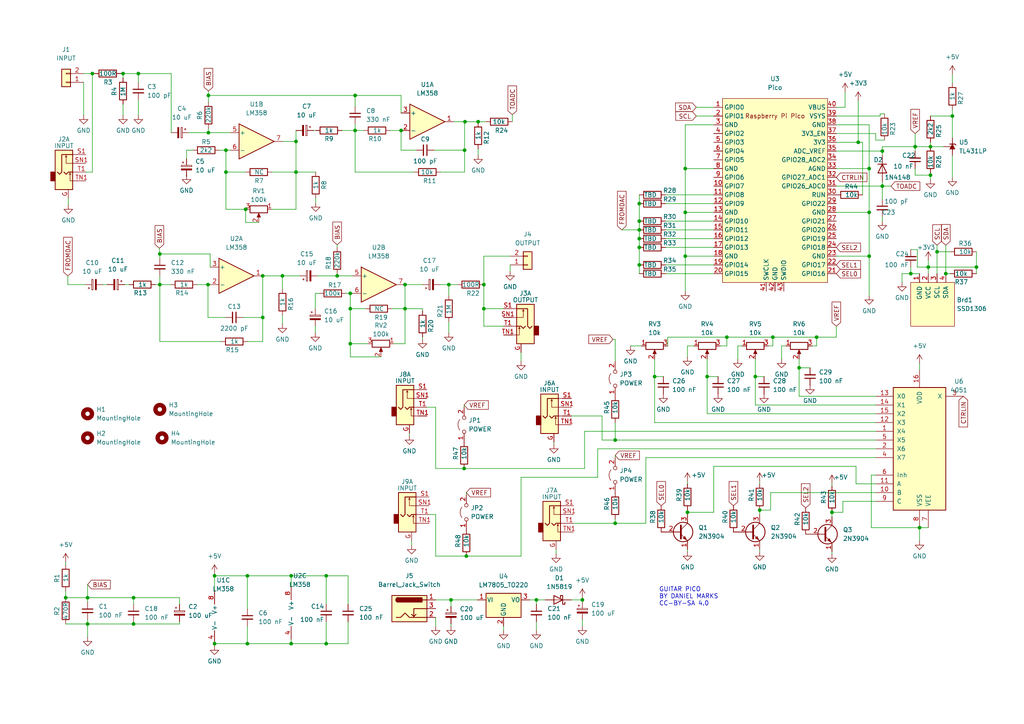
<source format=kicad_sch>
(kicad_sch (version 20211123) (generator eeschema)
  (paper "A4")
  (junction (at 102.997 27.686))
  (junction (at 85.852 49.911))
  (junction (at 252.095 74.295))
  (junction (at 19.05 173.355))
  (junction (at 219.075 109.22))
  (junction (at 71.755 186.69))
  (junction (at 134.62 135.89))
  (junction (at 210.82 97.79))
  (junction (at 65.532 43.561))
  (junction (at 276.225 33.655))
  (junction (at 130.81 173.99))
  (junction (at 76.2 80.01))
  (junction (at 255.905 53.975))
  (junction (at 46.355 82.55))
  (junction (at 84.455 167.005))
  (junction (at 198.755 74.295))
  (junction (at 140.335 82.55))
  (junction (at 65.532 49.911))
  (junction (at 274.32 79.375))
  (junction (at 269.875 42.545))
  (junction (at 220.345 147.955))
  (junction (at 199.39 148.59))
  (junction (at 71.755 167.005))
  (junction (at 185.42 66.675))
  (junction (at 236.855 97.79))
  (junction (at 130.175 82.55))
  (junction (at 60.452 38.481))
  (junction (at 255.905 43.815))
  (junction (at 25.4 173.355))
  (junction (at 283.21 77.47))
  (junction (at 76.2 92.075))
  (junction (at 155.575 173.99))
  (junction (at 185.42 76.835))
  (junction (at 102.997 37.846))
  (junction (at 101.6 85.09))
  (junction (at 205.105 109.22))
  (junction (at 266.7 153.035))
  (junction (at 138.684 35.306))
  (junction (at 62.23 167.005))
  (junction (at 116.332 37.846))
  (junction (at 97.79 80.01))
  (junction (at 178.435 127.635))
  (junction (at 224.155 97.79))
  (junction (at 241.3 148.59))
  (junction (at 248.92 41.275))
  (junction (at 134.747 43.561))
  (junction (at 271.78 73.025))
  (junction (at 101.6 99.695))
  (junction (at 71.247 60.706))
  (junction (at 35.687 21.336))
  (junction (at 134.874 35.306))
  (junction (at 46.355 73.66))
  (junction (at 189.865 109.22))
  (junction (at 185.42 69.215))
  (junction (at 40.132 21.336))
  (junction (at 269.24 77.47))
  (junction (at 198.755 61.595))
  (junction (at 185.42 64.135))
  (junction (at 252.095 48.895))
  (junction (at 185.42 71.755))
  (junction (at 60.325 82.55))
  (junction (at 94.615 186.69))
  (junction (at 140.335 89.535))
  (junction (at 252.095 61.595))
  (junction (at 265.43 42.545))
  (junction (at 94.615 167.005))
  (junction (at 117.475 82.55))
  (junction (at 185.42 59.055))
  (junction (at 198.755 48.895))
  (junction (at 117.475 89.535))
  (junction (at 26.797 21.336))
  (junction (at 38.735 180.975))
  (junction (at 101.6 89.535))
  (junction (at 60.452 27.686))
  (junction (at 135.255 161.29))
  (junction (at 231.775 106.68))
  (junction (at 178.435 151.765))
  (junction (at 62.23 186.69))
  (junction (at 81.915 80.01))
  (junction (at 264.16 79.375))
  (junction (at 38.735 173.355))
  (junction (at 84.455 186.69))
  (junction (at 25.4 180.975))
  (junction (at 168.91 173.99))
  (junction (at 269.875 50.8))
  (junction (at 85.852 41.021))
  (wire (pts (xy 241.3 148.59) (xy 241.3 149.86)))
  (wire (pts (xy 102.997 49.911) (xy 102.997 37.846)))
  (wire (pts (xy 242.57 38.735) (xy 254 38.735)))
  (wire (pts (xy 38.735 173.355) (xy 52.07 173.355)))
  (wire (pts (xy 54.102 43.561) (xy 56.007 43.561)))
  (wire (pts (xy 151.13 161.29) (xy 151.13 138.43)))
  (wire (pts (xy 242.57 43.815) (xy 255.905 43.815)))
  (wire (pts (xy 113.157 37.846) (xy 116.332 37.846)))
  (wire (pts (xy 46.355 82.55) (xy 49.53 82.55)))
  (wire (pts (xy 134.747 43.561) (xy 134.747 35.306)))
  (wire (pts (xy 82.042 41.021) (xy 85.852 41.021)))
  (wire (pts (xy 134.747 35.306) (xy 131.572 35.306)))
  (wire (pts (xy 60.325 82.55) (xy 60.96 82.55)))
  (wire (pts (xy 65.532 49.911) (xy 65.532 60.706)))
  (wire (pts (xy 189.865 122.555) (xy 254 122.555)))
  (wire (pts (xy 60.452 26.416) (xy 60.452 27.686)))
  (wire (pts (xy 193.675 97.79) (xy 193.675 100.33)))
  (wire (pts (xy 245.11 31.115) (xy 242.57 31.115)))
  (wire (pts (xy 116.332 27.686) (xy 116.332 32.766)))
  (wire (pts (xy 19.05 180.975) (xy 25.4 180.975)))
  (wire (pts (xy 71.755 167.005) (xy 62.23 167.005)))
  (wire (pts (xy 182.88 100.33) (xy 186.055 100.33)))
  (wire (pts (xy 161.29 159.385) (xy 161.29 160.655)))
  (wire (pts (xy 110.49 103.505) (xy 101.6 103.505)))
  (wire (pts (xy 84.455 185.42) (xy 84.455 186.69)))
  (wire (pts (xy 198.755 36.195) (xy 207.01 36.195)))
  (wire (pts (xy 160.655 128.27) (xy 160.655 128.905)))
  (wire (pts (xy 101.6 99.695) (xy 106.68 99.695)))
  (wire (pts (xy 169.545 125.095) (xy 169.545 135.89)))
  (wire (pts (xy 187.325 132.715) (xy 254 132.715)))
  (wire (pts (xy 118.745 125.73) (xy 118.745 126.365)))
  (wire (pts (xy 38.735 180.975) (xy 38.735 180.34)))
  (wire (pts (xy 242.57 94.615) (xy 242.57 97.79)))
  (wire (pts (xy 19.812 57.531) (xy 19.812 59.436)))
  (wire (pts (xy 226.695 100.33) (xy 227.965 100.33)))
  (wire (pts (xy 25.4 180.975) (xy 25.4 184.785)))
  (wire (pts (xy 252.095 61.595) (xy 252.095 48.895)))
  (wire (pts (xy 254 38.735) (xy 254 40.64)))
  (wire (pts (xy 46.355 99.06) (xy 46.355 82.55)))
  (wire (pts (xy 155.575 175.26) (xy 155.575 173.99)))
  (wire (pts (xy 26.797 21.336) (xy 26.797 49.911)))
  (wire (pts (xy 155.575 173.99) (xy 153.67 173.99)))
  (wire (pts (xy 193.04 64.135) (xy 207.01 64.135)))
  (wire (pts (xy 223.52 147.955) (xy 223.52 142.875)))
  (wire (pts (xy 36.195 82.55) (xy 37.465 82.55)))
  (wire (pts (xy 274.32 79.375) (xy 275.59 79.375)))
  (wire (pts (xy 60.96 73.66) (xy 60.96 77.47)))
  (wire (pts (xy 255.905 62.865) (xy 255.905 64.135)))
  (wire (pts (xy 140.335 89.535) (xy 140.335 94.615)))
  (wire (pts (xy 24.257 21.336) (xy 26.797 21.336)))
  (wire (pts (xy 85.852 49.911) (xy 78.867 49.911)))
  (wire (pts (xy 252.095 48.895) (xy 252.095 36.195)))
  (wire (pts (xy 210.82 97.79) (xy 210.82 100.33)))
  (wire (pts (xy 120.142 49.911) (xy 102.997 49.911)))
  (wire (pts (xy 125.857 43.561) (xy 134.747 43.561)))
  (wire (pts (xy 148.59 33.274) (xy 148.59 35.306)))
  (wire (pts (xy 198.755 84.455) (xy 198.755 74.295)))
  (wire (pts (xy 102.997 27.686) (xy 116.332 27.686)))
  (wire (pts (xy 189.865 104.14) (xy 189.865 109.22)))
  (wire (pts (xy 242.57 74.295) (xy 252.095 74.295)))
  (wire (pts (xy 201.93 33.655) (xy 207.01 33.655)))
  (wire (pts (xy 35.052 21.336) (xy 35.687 21.336)))
  (wire (pts (xy 97.79 80.01) (xy 102.235 80.01)))
  (wire (pts (xy 25.4 179.705) (xy 25.4 180.975)))
  (wire (pts (xy 265.43 42.545) (xy 265.43 43.815)))
  (wire (pts (xy 122.555 89.535) (xy 122.555 90.17)))
  (wire (pts (xy 265.43 50.8) (xy 269.875 50.8)))
  (wire (pts (xy 65.532 49.911) (xy 71.247 49.911)))
  (wire (pts (xy 60.452 37.211) (xy 60.452 38.481)))
  (wire (pts (xy 199.39 148.59) (xy 199.39 149.225)))
  (wire (pts (xy 101.6 85.09) (xy 102.235 85.09)))
  (wire (pts (xy 100.33 85.09) (xy 101.6 85.09)))
  (wire (pts (xy 52.07 175.26) (xy 52.07 173.355)))
  (wire (pts (xy 219.075 109.22) (xy 221.615 109.22)))
  (wire (pts (xy 126.365 135.89) (xy 134.62 135.89)))
  (wire (pts (xy 91.44 89.535) (xy 91.44 85.09)))
  (wire (pts (xy 85.852 60.706) (xy 78.867 60.706)))
  (wire (pts (xy 134.62 135.89) (xy 169.545 135.89)))
  (wire (pts (xy 126.365 161.29) (xy 135.255 161.29)))
  (wire (pts (xy 52.07 180.975) (xy 52.07 180.34)))
  (wire (pts (xy 102.997 37.846) (xy 105.537 37.846)))
  (wire (pts (xy 117.475 82.55) (xy 122.555 82.55)))
  (wire (pts (xy 91.44 85.09) (xy 92.71 85.09)))
  (wire (pts (xy 116.332 37.846) (xy 116.332 43.561)))
  (wire (pts (xy 180.34 66.675) (xy 185.42 66.675)))
  (wire (pts (xy 27.432 21.336) (xy 26.797 21.336)))
  (wire (pts (xy 252.095 85.725) (xy 252.095 74.295)))
  (wire (pts (xy 46.355 73.66) (xy 60.96 73.66)))
  (wire (pts (xy 60.325 82.55) (xy 60.325 92.075)))
  (wire (pts (xy 102.997 27.686) (xy 102.997 30.861)))
  (wire (pts (xy 117.475 89.535) (xy 117.475 99.695)))
  (wire (pts (xy 35.687 30.226) (xy 35.687 33.401)))
  (wire (pts (xy 140.335 74.295) (xy 147.955 74.295)))
  (wire (pts (xy 126.365 118.11) (xy 123.825 118.11)))
  (wire (pts (xy 76.2 92.075) (xy 76.2 99.06)))
  (wire (pts (xy 177.8 98.425) (xy 178.435 98.425)))
  (wire (pts (xy 219.075 104.14) (xy 219.075 109.22)))
  (wire (pts (xy 231.775 106.68) (xy 234.95 106.68)))
  (wire (pts (xy 130.81 173.99) (xy 138.43 173.99)))
  (wire (pts (xy 269.875 42.545) (xy 273.685 42.545)))
  (wire (pts (xy 265.43 48.895) (xy 265.43 50.8)))
  (wire (pts (xy 271.78 73.025) (xy 271.78 79.375)))
  (wire (pts (xy 219.075 117.475) (xy 254 117.475)))
  (wire (pts (xy 198.755 61.595) (xy 198.755 48.895)))
  (wire (pts (xy 255.905 57.785) (xy 255.905 53.975)))
  (wire (pts (xy 193.04 69.215) (xy 207.01 69.215)))
  (wire (pts (xy 236.855 97.79) (xy 224.155 97.79)))
  (wire (pts (xy 91.567 57.531) (xy 91.567 58.801)))
  (wire (pts (xy 205.105 109.22) (xy 205.105 120.015)))
  (wire (pts (xy 241.3 160.02) (xy 241.3 160.655)))
  (wire (pts (xy 101.6 99.695) (xy 101.6 103.505)))
  (wire (pts (xy 62.23 167.005) (xy 62.23 171.45)))
  (wire (pts (xy 266.065 77.47) (xy 266.065 72.39)))
  (wire (pts (xy 266.7 105.41) (xy 266.7 107.315)))
  (wire (pts (xy 242.57 53.975) (xy 255.905 53.975)))
  (wire (pts (xy 168.91 174.625) (xy 168.91 173.99)))
  (wire (pts (xy 85.852 37.846) (xy 85.852 41.021)))
  (wire (pts (xy 40.132 28.956) (xy 40.132 33.401)))
  (wire (pts (xy 198.755 48.895) (xy 198.755 36.195)))
  (wire (pts (xy 208.915 100.33) (xy 210.82 100.33)))
  (wire (pts (xy 199.39 147.955) (xy 199.39 148.59)))
  (wire (pts (xy 241.3 140.335) (xy 241.3 140.97)))
  (wire (pts (xy 138.684 35.306) (xy 140.97 35.306)))
  (wire (pts (xy 81.915 91.44) (xy 81.915 93.98)))
  (wire (pts (xy 185.42 69.215) (xy 185.42 71.755)))
  (wire (pts (xy 54.102 51.181) (xy 54.102 50.8)))
  (wire (pts (xy 166.37 151.765) (xy 178.435 151.765)))
  (wire (pts (xy 146.05 181.61) (xy 146.05 182.88)))
  (wire (pts (xy 205.105 120.015) (xy 254 120.015)))
  (wire (pts (xy 269.24 75.565) (xy 269.24 77.47)))
  (wire (pts (xy 134.874 35.306) (xy 138.684 35.306)))
  (wire (pts (xy 25.4 174.625) (xy 25.4 173.355)))
  (wire (pts (xy 173.355 138.43) (xy 151.13 138.43)))
  (wire (pts (xy 94.615 175.26) (xy 94.615 167.005)))
  (wire (pts (xy 210.82 97.79) (xy 193.675 97.79)))
  (wire (pts (xy 62.23 166.37) (xy 62.23 167.005)))
  (wire (pts (xy 94.615 186.69) (xy 84.455 186.69)))
  (wire (pts (xy 254 137.795) (xy 252.73 137.795)))
  (wire (pts (xy 19.05 163.068) (xy 19.05 163.83)))
  (wire (pts (xy 199.39 139.7) (xy 199.39 140.335)))
  (wire (pts (xy 130.81 173.99) (xy 130.81 175.895)))
  (wire (pts (xy 248.92 29.21) (xy 248.92 41.275)))
  (wire (pts (xy 178.435 122.555) (xy 178.435 127.635)))
  (wire (pts (xy 199.39 148.59) (xy 207.01 148.59)))
  (wire (pts (xy 25.4 173.355) (xy 19.05 173.355)))
  (wire (pts (xy 224.155 97.79) (xy 210.82 97.79)))
  (wire (pts (xy 252.095 74.295) (xy 252.095 61.595)))
  (wire (pts (xy 135.255 142.875) (xy 135.255 143.51)))
  (wire (pts (xy 140.335 82.55) (xy 140.335 74.295)))
  (wire (pts (xy 226.695 104.14) (xy 226.695 100.33)))
  (wire (pts (xy 117.475 82.55) (xy 117.475 89.535)))
  (wire (pts (xy 46.355 80.01) (xy 46.355 82.55)))
  (wire (pts (xy 255.905 53.975) (xy 258.445 53.975)))
  (wire (pts (xy 60.325 92.075) (xy 65.405 92.075)))
  (wire (pts (xy 254 125.095) (xy 169.545 125.095)))
  (wire (pts (xy 276.225 33.655) (xy 276.225 40.005)))
  (wire (pts (xy 255.27 33.655) (xy 255.27 33.02)))
  (wire (pts (xy 283.21 73.025) (xy 283.21 77.47)))
  (wire (pts (xy 84.455 167.005) (xy 71.755 167.005)))
  (wire (pts (xy 199.39 103.505) (xy 199.39 100.33)))
  (wire (pts (xy 199.39 159.385) (xy 199.39 160.02)))
  (wire (pts (xy 130.175 93.345) (xy 130.175 96.52)))
  (wire (pts (xy 269.875 41.275) (xy 269.875 42.545)))
  (wire (pts (xy 271.78 71.12) (xy 271.78 73.025)))
  (wire (pts (xy 100.965 180.34) (xy 100.965 186.69)))
  (wire (pts (xy 244.475 145.415) (xy 254 145.415)))
  (wire (pts (xy 126.365 173.99) (xy 130.81 173.99)))
  (wire (pts (xy 92.075 80.01) (xy 97.79 80.01)))
  (wire (pts (xy 71.247 64.516) (xy 75.057 64.516)))
  (wire (pts (xy 100.965 167.005) (xy 94.615 167.005)))
  (wire (pts (xy 252.73 137.795) (xy 252.73 153.035)))
  (wire (pts (xy 84.455 170.18) (xy 84.455 167.005)))
  (wire (pts (xy 165.735 120.65) (xy 174.625 120.65)))
  (wire (pts (xy 254 130.175) (xy 173.355 130.175)))
  (wire (pts (xy 126.365 135.89) (xy 126.365 118.11)))
  (wire (pts (xy 168.91 173.355) (xy 168.91 173.99)))
  (wire (pts (xy 91.44 94.615) (xy 91.44 96.52)))
  (wire (pts (xy 85.852 41.021) (xy 85.852 49.911)))
  (wire (pts (xy 70.485 92.075) (xy 76.2 92.075)))
  (wire (pts (xy 248.285 140.335) (xy 254 140.335)))
  (wire (pts (xy 231.775 104.14) (xy 231.775 106.68)))
  (wire (pts (xy 146.05 94.615) (xy 140.335 94.615)))
  (wire (pts (xy 193.04 66.675) (xy 207.01 66.675)))
  (wire (pts (xy 213.995 104.14) (xy 213.995 100.33)))
  (wire (pts (xy 90.932 37.846) (xy 91.567 37.846)))
  (wire (pts (xy 205.105 104.14) (xy 205.105 109.22)))
  (wire (pts (xy 264.16 72.39) (xy 266.065 72.39)))
  (wire (pts (xy 71.755 186.69) (xy 71.755 181.61)))
  (wire (pts (xy 199.39 100.33) (xy 201.295 100.33)))
  (wire (pts (xy 255.905 43.815) (xy 255.905 42.545)))
  (wire (pts (xy 248.285 135.255) (xy 248.285 140.335)))
  (wire (pts (xy 84.455 186.69) (xy 71.755 186.69)))
  (wire (pts (xy 60.452 27.686) (xy 60.452 29.591)))
  (wire (pts (xy 127.635 82.55) (xy 130.175 82.55)))
  (wire (pts (xy 94.615 180.34) (xy 94.615 186.69)))
  (wire (pts (xy 65.532 60.706) (xy 71.247 60.706)))
  (wire (pts (xy 119.38 156.845) (xy 119.38 158.115)))
  (wire (pts (xy 174.625 120.65) (xy 174.625 127.635)))
  (wire (pts (xy 276.225 45.085) (xy 276.225 51.435)))
  (wire (pts (xy 45.085 82.55) (xy 46.355 82.55)))
  (wire (pts (xy 114.3 99.695) (xy 117.475 99.695)))
  (wire (pts (xy 248.92 41.275) (xy 250.19 41.275)))
  (wire (pts (xy 193.04 56.515) (xy 207.01 56.515)))
  (wire (pts (xy 100.965 175.26) (xy 100.965 167.005)))
  (wire (pts (xy 254 40.64) (xy 256.54 40.64)))
  (wire (pts (xy 60.452 38.481) (xy 66.802 38.481)))
  (wire (pts (xy 116.332 43.561) (xy 120.777 43.561)))
  (wire (pts (xy 140.335 82.55) (xy 140.335 89.535)))
  (wire (pts (xy 245.11 26.67) (xy 245.11 31.115)))
  (wire (pts (xy 261.62 79.375) (xy 264.16 79.375)))
  (wire (pts (xy 178.435 132.08) (xy 178.435 132.715)))
  (wire (pts (xy 35.687 21.336) (xy 40.132 21.336)))
  (wire (pts (xy 57.15 82.55) (xy 60.325 82.55)))
  (wire (pts (xy 207.01 135.255) (xy 248.285 135.255)))
  (wire (pts (xy 185.42 66.675) (xy 185.42 69.215)))
  (wire (pts (xy 224.155 97.79) (xy 224.155 100.33)))
  (wire (pts (xy 269.875 33.655) (xy 276.225 33.655)))
  (wire (pts (xy 117.475 89.535) (xy 122.555 89.535)))
  (wire (pts (xy 138.684 43.18) (xy 138.684 44.958)))
  (wire (pts (xy 126.365 179.07) (xy 126.365 181.61)))
  (wire (pts (xy 193.04 76.835) (xy 207.01 76.835)))
  (wire (pts (xy 231.775 114.935) (xy 254 114.935)))
  (wire (pts (xy 63.627 43.561) (xy 65.532 43.561)))
  (wire (pts (xy 97.79 70.993) (xy 97.79 71.755)))
  (wire (pts (xy 155.575 180.34) (xy 155.575 182.88)))
  (wire (pts (xy 269.875 50.8) (xy 269.875 52.07)))
  (wire (pts (xy 60.452 27.686) (xy 102.997 27.686)))
  (wire (pts (xy 85.852 49.911) (xy 85.852 60.706)))
  (wire (pts (xy 122.555 97.79) (xy 122.555 98.425)))
  (wire (pts (xy 224.155 100.33) (xy 222.885 100.33)))
  (wire (pts (xy 276.225 21.59) (xy 276.225 24.13)))
  (wire (pts (xy 81.915 80.01) (xy 76.2 80.01)))
  (wire (pts (xy 193.04 59.055) (xy 207.01 59.055)))
  (wire (pts (xy 255.905 52.705) (xy 255.905 53.975)))
  (wire (pts (xy 174.625 127.635) (xy 178.435 127.635)))
  (wire (pts (xy 38.735 173.355) (xy 25.4 173.355)))
  (wire (pts (xy 185.42 76.835) (xy 185.42 79.375)))
  (wire (pts (xy 101.6 85.09) (xy 101.6 89.535)))
  (wire (pts (xy 178.435 127.635) (xy 254 127.635)))
  (wire (pts (xy 64.135 99.06) (xy 46.355 99.06)))
  (wire (pts (xy 62.23 186.69) (xy 71.755 186.69)))
  (wire (pts (xy 242.57 61.595) (xy 252.095 61.595)))
  (wire (pts (xy 255.27 33.02) (xy 256.54 33.02)))
  (wire (pts (xy 219.075 109.22) (xy 219.075 117.475)))
  (wire (pts (xy 261.62 81.915) (xy 261.62 79.375)))
  (wire (pts (xy 71.247 60.706) (xy 71.247 64.516)))
  (wire (pts (xy 185.42 71.755) (xy 185.42 76.835)))
  (wire (pts (xy 266.7 153.035) (xy 266.7 156.845)))
  (wire (pts (xy 189.865 109.22) (xy 189.865 122.555)))
  (wire (pts (xy 46.228 72.009) (xy 46.355 73.66)))
  (wire (pts (xy 264.16 77.47) (xy 264.16 79.375)))
  (wire (pts (xy 19.685 80.01) (xy 19.685 82.55)))
  (wire (pts (xy 65.532 43.561) (xy 65.532 49.911)))
  (wire (pts (xy 198.755 61.595) (xy 207.01 61.595)))
  (wire (pts (xy 185.42 56.515) (xy 185.42 59.055)))
  (wire (pts (xy 38.735 180.975) (xy 52.07 180.975)))
  (wire (pts (xy 168.91 179.705) (xy 168.91 181.61)))
  (wire (pts (xy 205.105 109.22) (xy 208.28 109.22)))
  (wire (pts (xy 220.345 159.385) (xy 220.345 160.02)))
  (wire (pts (xy 213.995 100.33) (xy 215.265 100.33)))
  (wire (pts (xy 193.04 71.755) (xy 207.01 71.755)))
  (wire (pts (xy 187.325 132.715) (xy 187.325 151.765)))
  (wire (pts (xy 265.43 42.545) (xy 269.875 42.545)))
  (wire (pts (xy 130.175 82.55) (xy 132.715 82.55)))
  (wire (pts (xy 97.79 79.375) (xy 97.79 80.01)))
  (wire (pts (xy 242.57 48.895) (xy 252.095 48.895)))
  (wire (pts (xy 198.755 74.295) (xy 198.755 61.595)))
  (wire (pts (xy 231.775 106.68) (xy 231.775 114.935)))
  (wire (pts (xy 40.132 21.336) (xy 49.657 21.336)))
  (wire (pts (xy 193.04 79.375) (xy 207.01 79.375)))
  (wire (pts (xy 130.81 180.975) (xy 130.81 181.61)))
  (wire (pts (xy 255.905 42.545) (xy 265.43 42.545)))
  (wire (pts (xy 220.345 147.955) (xy 223.52 147.955)))
  (wire (pts (xy 252.095 36.195) (xy 242.57 36.195)))
  (wire (pts (xy 25.4 169.545) (xy 25.4 173.355)))
  (wire (pts (xy 220.345 147.955) (xy 220.345 149.225)))
  (wire (pts (xy 250.19 41.275) (xy 250.19 56.515)))
  (wire (pts (xy 146.05 89.535) (xy 140.335 89.535)))
  (wire (pts (xy 38.735 175.26) (xy 38.735 173.355)))
  (wire (pts (xy 126.365 149.225) (xy 124.46 149.225)))
  (wire (pts (xy 201.93 31.115) (xy 207.01 31.115)))
  (wire (pts (xy 178.435 150.495) (xy 178.435 151.765)))
  (wire (pts (xy 102.997 35.941) (xy 102.997 37.846)))
  (wire (pts (xy 220.345 139.7) (xy 220.345 140.335)))
  (wire (pts (xy 40.132 21.336) (xy 40.132 23.876)))
  (wire (pts (xy 165.735 173.99) (xy 168.91 173.99)))
  (wire (pts (xy 265.43 38.735) (xy 265.43 42.545)))
  (wire (pts (xy 235.585 100.33) (xy 236.855 100.33)))
  (wire (pts (xy 276.225 31.75) (xy 276.225 33.655)))
  (wire (pts (xy 241.3 148.59) (xy 244.475 148.59)))
  (wire (pts (xy 242.57 33.655) (xy 255.27 33.655)))
  (wire (pts (xy 19.685 82.55) (xy 24.765 82.55)))
  (wire (pts (xy 81.915 80.01) (xy 86.995 80.01)))
  (wire (pts (xy 178.435 98.425) (xy 178.435 104.775)))
  (wire (pts (xy 266.7 153.035) (xy 269.24 153.035)))
  (wire (pts (xy 236.855 97.79) (xy 236.855 100.33)))
  (wire (pts (xy 85.852 49.911) (xy 91.567 49.911)))
  (wire (pts (xy 283.21 79.375) (xy 283.21 77.47)))
  (wire (pts (xy 135.255 161.29) (xy 151.13 161.29)))
  (wire (pts (xy 155.575 173.99) (xy 158.115 173.99)))
  (wire (pts (xy 185.42 64.135) (xy 185.42 66.675)))
  (wire (pts (xy 283.21 77.47) (xy 269.24 77.47)))
  (wire (pts (xy 242.57 97.79) (xy 236.855 97.79)))
  (wire (pts (xy 65.532 43.561) (xy 66.802 43.561)))
  (wire (pts (xy 130.175 85.725) (xy 130.175 82.55)))
  (wire (pts (xy 46.355 73.66) (xy 46.355 74.93)))
  (wire (pts (xy 244.475 148.59) (xy 244.475 145.415)))
  (wire (pts (xy 25.4 180.975) (xy 38.735 180.975)))
  (wire (pts (xy 62.23 187.325) (xy 62.23 186.69)))
  (wire (pts (xy 101.6 89.535) (xy 106.045 89.535)))
  (wire (pts (xy 198.755 74.295) (xy 207.01 74.295)))
  (wire (pts (xy 71.755 167.005) (xy 71.755 176.53)))
  (wire (pts (xy 269.875 50.165) (xy 269.875 50.8)))
  (wire (pts (xy 54.102 46.101) (xy 54.102 43.561)))
  (wire (pts (xy 100.965 186.69) (xy 94.615 186.69)))
  (wire (pts (xy 274.32 71.12) (xy 274.32 79.375)))
  (wire (pts (xy 198.755 48.895) (xy 207.01 48.895)))
  (wire (pts (xy 138.684 35.306) (xy 138.684 35.56)))
  (wire (pts (xy 134.747 43.561) (xy 134.747 49.911)))
  (wire (pts (xy 147.955 76.835) (xy 147.955 78.74)))
  (wire (pts (xy 134.62 117.475) (xy 134.62 118.11)))
  (wire (pts (xy 24.257 23.876) (xy 24.257 33.401)))
  (wire (pts (xy 255.905 45.085) (xy 255.905 43.815)))
  (wire (pts (xy 126.365 149.225) (xy 126.365 161.29)))
  (wire (pts (xy 26.797 49.911) (xy 24.892 49.911)))
  (wire (pts (xy 76.2 80.01) (xy 76.2 92.075)))
  (wire (pts (xy 19.05 171.45) (xy 19.05 173.355)))
  (wire (pts (xy 101.6 89.535) (xy 101.6 99.695)))
  (wire (pts (xy 269.24 77.47) (xy 269.24 79.375)))
  (wire (pts (xy 99.187 37.846) (xy 102.997 37.846)))
  (wire (pts (xy 252.73 153.035) (xy 266.7 153.035)))
  (wire (pts (xy 242.57 41.275) (xy 248.92 41.275)))
  (wire (pts (xy 127.762 49.911) (xy 134.747 49.911)))
  (wire (pts (xy 151.13 102.235) (xy 151.13 104.775)))
  (wire (pts (xy 81.915 83.82) (xy 81.915 80.01)))
  (wire (pts (xy 54.737 38.481) (xy 60.452 38.481)))
  (wire (pts (xy 94.615 167.005) (xy 84.455 167.005)))
  (wire (pts (xy 264.16 79.375) (xy 266.7 79.375)))
  (wire (pts (xy 29.845 82.55) (xy 31.115 82.55)))
  (wire (pts (xy 207.01 135.255) (xy 207.01 148.59)))
  (wire (pts (xy 173.355 130.175) (xy 173.355 138.43)))
  (wire (pts (xy 223.52 142.875) (xy 254 142.875)))
  (wire (pts (xy 185.42 59.055) (xy 185.42 64.135)))
  (wire (pts (xy 71.755 99.06) (xy 76.2 99.06)))
  (wire (pts (xy 113.665 89.535) (xy 117.475 89.535)))
  (wire (pts (xy 178.435 151.765) (xy 187.325 151.765)))
  (wire (pts (xy 189.865 109.22) (xy 192.405 109.22)))
  (wire (pts (xy 271.78 73.025) (xy 275.59 73.025)))
  (wire (pts (xy 266.065 77.47) (xy 269.24 77.47)))
  (wire (pts (xy 35.687 21.336) (xy 35.687 22.606)))
  (wire (pts (xy 49.657 38.481) (xy 49.657 21.336)))
  (text "GUITAR PICO\nBY DANIEL MARKS\nCC-BY-SA 4.0\n" (at 191.135 175.895 0) (effects (font (size 1.27 1.27)) (justify left bottom)))
  (global_label "SCL" (shape input) (at 271.78 71.12 90) (property "Intersheet References" "${INTERSHEET_REFS}" (effects hide)))
  (global_label "SEL1" (shape input) (at 242.57 76.835 0) (property "Intersheet References" "${INTERSHEET_REFS}" (effects hide)))
  (global_label "SEL2" (shape input) (at 233.68 147.32 90) (property "Intersheet References" "${INTERSHEET_REFS}" (effects hide)))
  (global_label "FROMDAC" (shape input) (at 19.685 80.01 90) (property "Intersheet References" "${INTERSHEET_REFS}" (effects hide)))
  (global_label "VREF" (shape input) (at 265.43 38.735 90) (property "Intersheet References" "${INTERSHEET_REFS}" (effects hide)))
  (global_label "TOADC" (shape input) (at 148.59 33.274 90) (property "Intersheet References" "${INTERSHEET_REFS}" (effects hide)))
  (global_label "CTRLIN" (shape input) (at 279.4 114.935 270) (property "Intersheet References" "${INTERSHEET_REFS}" (effects hide)))
  (global_label "VREF" (shape input) (at 135.255 142.875 0) (property "Intersheet References" "${INTERSHEET_REFS}" (effects hide)))
  (global_label "SEL2" (shape input) (at 242.57 71.755 0) (property "Intersheet References" "${INTERSHEET_REFS}" (effects hide)))
  (global_label "FROMDAC" (shape input) (at 180.34 66.675 90) (property "Intersheet References" "${INTERSHEET_REFS}" (effects hide)))
  (global_label "SEL0" (shape input) (at 191.77 146.685 90) (property "Intersheet References" "${INTERSHEET_REFS}" (effects hide)))
  (global_label "CTRLIN" (shape input) (at 242.57 51.435 0) (property "Intersheet References" "${INTERSHEET_REFS}" (effects hide)))
  (global_label "SEL0" (shape input) (at 242.57 79.375 0) (property "Intersheet References" "${INTERSHEET_REFS}" (effects hide)))
  (global_label "BIAS" (shape input) (at 97.79 70.993 90) (property "Intersheet References" "${INTERSHEET_REFS}" (effects hide)))
  (global_label "VREF" (shape input) (at 134.62 117.475 0) (property "Intersheet References" "${INTERSHEET_REFS}" (effects hide)))
  (global_label "BIAS" (shape input) (at 60.452 26.416 90) (property "Intersheet References" "${INTERSHEET_REFS}" (effects hide)))
  (global_label "VREF" (shape input) (at 178.435 132.08 0) (property "Intersheet References" "${INTERSHEET_REFS}" (effects hide)))
  (global_label "SDA" (shape input) (at 201.93 31.115 180) (property "Intersheet References" "${INTERSHEET_REFS}" (effects hide)))
  (global_label "VREF" (shape input) (at 177.8 98.425 180) (property "Intersheet References" "${INTERSHEET_REFS}" (effects hide)))
  (global_label "SCL" (shape input) (at 201.93 33.655 180) (property "Intersheet References" "${INTERSHEET_REFS}" (effects hide)))
  (global_label "SEL1" (shape input) (at 212.725 146.685 90) (property "Intersheet References" "${INTERSHEET_REFS}" (effects hide)))
  (global_label "BIAS" (shape input) (at 46.228 72.009 90) (property "Intersheet References" "${INTERSHEET_REFS}" (effects hide)))
  (global_label "TOADC" (shape input) (at 258.445 53.975 0) (property "Intersheet References" "${INTERSHEET_REFS}" (effects hide)))
  (global_label "SDA" (shape input) (at 274.32 71.12 90) (property "Intersheet References" "${INTERSHEET_REFS}" (effects hide)))
  (global_label "VREF" (shape input) (at 242.57 94.615 90) (property "Intersheet References" "${INTERSHEET_REFS}" (effects hide)))
  (global_label "BIAS" (shape input) (at 25.4 169.545 0) (property "Intersheet References" "${INTERSHEET_REFS}" (effects hide)))
  (symbol (lib_id "Device:C_Polarized_Small") (at 125.095 82.55 90) (unit 1)
    (property "Reference" "C17" (at 124.5489 75.565 90))
    (property "Value" "10 uF" (at 124.5489 78.105 90))
    (property "Footprint" "Capacitor_THT:CP_Radial_D5.0mm_P2.50mm" (effects hide))
  )
  (symbol (lib_id "power:GND") (at 192.405 114.3 0) (unit 1)
    (property "Reference" "#PWR0149" (effects hide))
    (property "Value" "GND" (at 192.405 118.745 0))
  )
  (symbol (lib_id "power:GND") (at 276.225 51.435 0) (unit 1)
    (property "Reference" "#PWR0127" (effects hide))
    (property "Value" "GND" (at 276.225 55.88 0))
  )
  (symbol (lib_id "Device:R_Potentiometer") (at 231.775 100.33 90) (mirror x) (unit 1)
    (property "Reference" "RV6" (at 231.775 93.98 90))
    (property "Value" "10k" (at 231.775 96.52 90))
    (property "Footprint" "Potentiometer_THT:Potentiometer_Alps_RK09K_Single_Vertical" (effects hide))
  )
  (symbol (lib_id "Mechanical:MountingHole") (at 25.4 127 0) (unit 1)
    (property "Reference" "H2" (at 27.94 125.7299 0) (effects (justify left)))
    (property "Value" "MountingHole" (at 27.94 128.2699 0) (effects (justify left)))
    (property "Footprint" "MountingHole:MountingHole_3.2mm_M3" (effects hide))
  )
  (symbol (lib_id "Device:R") (at 35.687 26.416 180) (unit 1)
    (property "Reference" "R4" (at 33.147 25.146 90) (effects (justify left)))
    (property "Value" "1M" (at 35.687 25.146 90) (effects (justify left)))
    (property "Footprint" "Resistor_THT:R_Axial_DIN0207_L6.3mm_D2.5mm_P7.62mm_Horizontal" (effects hide))
  )
  (symbol (lib_id "Device:C_Polarized_Small") (at 130.81 178.435 0) (unit 1)
    (property "Reference" "C20" (at 133.35 176.6188 0) (effects (justify left)))
    (property "Value" "100 uF" (at 133.35 179.1588 0) (effects (justify left)))
    (property "Footprint" "Capacitor_THT:CP_Radial_D5.0mm_P2.50mm" (effects hide))
  )
  (symbol (lib_id "Device:C_Polarized_Small") (at 33.655 82.55 270) (unit 1)
    (property "Reference" "C11" (at 34.2011 75.565 90))
    (property "Value" "10 uF" (at 34.2011 78.105 90))
    (property "Footprint" "Capacitor_THT:CP_Radial_D5.0mm_P2.50mm" (effects hide))
  )
  (symbol (lib_id "Device:C_Small") (at 264.16 74.93 180) (unit 1)
    (property "Reference" "C24" (at 259.715 73.66 0) (effects (justify right)))
    (property "Value" "100 nF" (at 256.54 76.835 0) (effects (justify right)))
    (property "Footprint" "Capacitor_THT:C_Disc_D5.0mm_W2.5mm_P5.00mm" (effects hide))
  )
  (symbol (lib_id "Transistor_BJT:2N3904") (at 217.805 154.305 0) (unit 1)
    (property "Reference" "Q2" (at 223.52 153.0349 0) (effects (justify left)))
    (property "Value" "2N3904" (at 223.52 155.5749 0) (effects (justify left)))
    (property "Footprint" "Package_TO_SOT_THT:TO-92_Inline_Wide" (effects hide))
    (property "Datasheet" "https://www.onsemi.com/pub/Collateral/2N3903-D.PDF" (effects hide))
  )
  (symbol (lib_id "Device:C_Small") (at 155.575 177.8 0) (unit 1)
    (property "Reference" "C21" (at 158.75 176.5362 0) (effects (justify left)))
    (property "Value" "100 nF" (at 158.75 179.0762 0) (effects (justify left)))
    (property "Footprint" "Capacitor_THT:C_Disc_D5.0mm_W2.5mm_P5.00mm" (effects hide))
  )
  (symbol (lib_id "Device:R") (at 189.23 79.375 90) (unit 1)
    (property "Reference" "R35" (at 196.215 78.105 90) (effects (justify left)))
    (property "Value" "TBD" (at 190.5 79.375 90) (effects (justify left)))
    (property "Footprint" "Resistor_THT:R_Axial_DIN0207_L6.3mm_D2.5mm_P7.62mm_Horizontal" (effects hide))
  )
  (symbol (lib_id "Device:R") (at 123.952 49.911 270) (unit 1)
    (property "Reference" "R11" (at 122.682 52.451 90) (effects (justify left)))
    (property "Value" "10k" (at 122.047 49.911 90) (effects (justify left)))
    (property "Footprint" "Resistor_THT:R_Axial_DIN0207_L6.3mm_D2.5mm_P7.62mm_Horizontal" (effects hide))
  )
  (symbol (lib_id "Reference_Voltage:TL431LP") (at 276.225 42.545 90) (unit 1)
    (property "Reference" "U5" (at 278.13 41.2749 90) (effects (justify right)))
    (property "Value" "TL431LP" (at 278.13 43.8149 90) (effects (justify right)))
    (property "Footprint" "Package_TO_SOT_THT:TO-92_Inline_Wide" (effects hide))
    (property "Datasheet" "http://www.ti.com/lit/ds/symlink/tl431.pdf" (effects hide))
  )
  (symbol (lib_id "power:GND") (at 54.102 50.8 0) (unit 1)
    (property "Reference" "#PWR0102" (effects hide))
    (property "Value" "GND" (at 54.102 55.245 0))
  )
  (symbol (lib_id "power:GND") (at 261.62 81.915 0) (unit 1)
    (property "Reference" "#PWR0133" (effects hide))
    (property "Value" "GND" (at 261.62 86.36 0))
  )
  (symbol (lib_id "power:GND") (at 221.615 114.3 0) (unit 1)
    (property "Reference" "#PWR0145" (effects hide))
    (property "Value" "GND" (at 221.615 118.745 0))
  )
  (symbol (lib_id "Mechanical:MountingHole") (at 46.99 127 0) (unit 1)
    (property "Reference" "H4" (at 49.53 125.7299 0) (effects (justify left)))
    (property "Value" "MountingHole" (at 49.53 128.2699 0) (effects (justify left)))
    (property "Footprint" "MountingHole:MountingHole_3.2mm_M3" (effects hide))
  )
  (symbol (lib_id "power:GND") (at 126.365 181.61 0) (unit 1)
    (property "Reference" "#PWR0125" (effects hide))
    (property "Value" "GND" (at 126.365 186.055 0))
  )
  (symbol (lib_id "power:GND") (at 151.13 104.775 0) (unit 1)
    (property "Reference" "#PWR0115" (effects hide))
    (property "Value" "GND" (at 151.13 109.22 0))
  )
  (symbol (lib_id "power:GND") (at 24.257 33.401 0) (unit 1)
    (property "Reference" "#PWR0105" (effects hide))
    (property "Value" "GND" (at 24.257 37.846 0))
  )
  (symbol (lib_id "Device:R") (at 279.4 73.025 270) (unit 1)
    (property "Reference" "R36" (at 278.003 70.612 90) (effects (justify left)))
    (property "Value" "10k" (at 278.13 73.025 90) (effects (justify left)))
    (property "Footprint" "Resistor_THT:R_Axial_DIN0207_L6.3mm_D2.5mm_P7.62mm_Horizontal" (effects hide))
  )
  (symbol (lib_id "Device:C_Small") (at 123.317 43.561 270) (unit 1)
    (property "Reference" "C9" (at 123.317 40.386 90))
    (property "Value" "100 pF" (at 123.317 46.736 90))
    (property "Footprint" "Capacitor_THT:C_Disc_D5.0mm_W2.5mm_P5.00mm" (effects hide))
  )
  (symbol (lib_id "Device:R") (at 178.435 146.685 0) (unit 1)
    (property "Reference" "R46" (at 176.022 148.082 90) (effects (justify left)))
    (property "Value" "10k" (at 178.435 147.955 90) (effects (justify left)))
    (property "Footprint" "Resistor_THT:R_Axial_DIN0207_L6.3mm_D2.5mm_P7.62mm_Horizontal" (effects hide))
  )
  (symbol (lib_id "Device:R") (at 189.23 56.515 90) (unit 1)
    (property "Reference" "R28" (at 196.215 55.245 90) (effects (justify left)))
    (property "Value" "TBD" (at 190.5 56.515 90) (effects (justify left)))
    (property "Footprint" "Resistor_THT:R_Axial_DIN0207_L6.3mm_D2.5mm_P7.62mm_Horizontal" (effects hide))
  )
  (symbol (lib_id "power:GND") (at 252.095 85.725 0) (unit 1)
    (property "Reference" "#PWR0118" (effects hide))
    (property "Value" "GND" (at 252.095 90.17 0))
  )
  (symbol (lib_id "Device:R") (at 189.23 69.215 90) (unit 1)
    (property "Reference" "R32" (at 196.215 67.945 90) (effects (justify left)))
    (property "Value" "TBD" (at 190.5 69.215 90) (effects (justify left)))
    (property "Footprint" "Resistor_THT:R_Axial_DIN0207_L6.3mm_D2.5mm_P7.62mm_Horizontal" (effects hide))
  )
  (symbol (lib_id "Device:R_Potentiometer") (at 75.057 60.706 270) (unit 1)
    (property "Reference" "RV1" (at 75.057 55.372 90))
    (property "Value" "100k" (at 75.057 57.912 90))
    (property "Footprint" "GuitarPico:Potentiometer_Big_Small_Combined" (effects hide))
  )
  (symbol (lib_id "power:GND") (at 168.91 181.61 0) (unit 1)
    (property "Reference" "#PWR0124" (effects hide))
    (property "Value" "GND" (at 168.91 186.055 0))
  )
  (symbol (lib_id "Amplifier_Operational:LM358") (at 64.77 179.07 0) (unit 3)
    (property "Reference" "U1" (at 64.77 168.275 0))
    (property "Value" "LM358" (at 64.77 170.815 0))
    (property "Footprint" "Package_DIP:DIP-8_W7.62mm_Socket" (effects hide))
    (property "Datasheet" "http://www.ti.com/lit/ds/symlink/lm2904-n.pdf" (effects hide))
  )
  (symbol (lib_id "Connector:Barrel_Jack_Switch") (at 118.745 176.53 0) (unit 1)
    (property "Reference" "J5" (at 118.745 167.005 0))
    (property "Value" "Barrel_Jack_Switch" (at 118.745 169.545 0))
    (property "Footprint" "Connector_BarrelJack:BarrelJack_Horizontal" (effects hide))
  )
  (symbol (lib_id "power:GND") (at 118.745 126.365 0) (unit 1)
    (property "Reference" "#PWR0153" (effects hide))
    (property "Value" "GND" (at 118.745 130.81 0))
  )
  (symbol (lib_id "power:GND") (at 269.875 52.07 0) (unit 1)
    (property "Reference" "#PWR0128" (effects hide))
    (property "Value" "GND" (at 269.875 56.515 0))
  )
  (symbol (lib_id "power:GND") (at 19.812 59.436 0) (unit 1)
    (property "Reference" "#PWR0106" (effects hide))
    (property "Value" "GND" (at 19.812 63.881 0))
  )
  (symbol (lib_id "Device:R") (at 19.05 177.165 180) (unit 1)
    (property "Reference" "R2" (at 16.51 175.895 90) (effects (justify left)))
    (property "Value" "470R" (at 19.05 174.625 90) (effects (justify left)))
    (property "Footprint" "Resistor_THT:R_Axial_DIN0207_L6.3mm_D2.5mm_P7.62mm_Horizontal" (effects hide))
  )
  (symbol (lib_id "Device:C_Polarized_Small") (at 27.305 82.55 90) (unit 1)
    (property "Reference" "C10" (at 26.7589 76.2 90))
    (property "Value" "10 uF" (at 26.7589 78.74 90))
    (property "Footprint" "Capacitor_THT:CP_Radial_D5.0mm_P2.50mm" (effects hide))
  )
  (symbol (lib_id "Device:C_Small") (at 38.735 177.8 0) (unit 1)
    (property "Reference" "C18" (at 41.91 176.5362 0) (effects (justify left)))
    (property "Value" "100 nF" (at 41.91 179.0762 0) (effects (justify left)))
    (property "Footprint" "Capacitor_THT:C_Disc_D5.0mm_W2.5mm_P5.00mm" (effects hide))
  )
  (symbol (lib_id "power:GND") (at 208.28 114.3 0) (unit 1)
    (property "Reference" "#PWR0146" (effects hide))
    (property "Value" "GND" (at 208.28 118.745 0))
  )
  (symbol (lib_id "Device:R") (at 109.347 37.846 90) (unit 1)
    (property "Reference" "R10" (at 110.744 40.259 90) (effects (justify left)))
    (property "Value" "1k" (at 110.617 37.846 90) (effects (justify left)))
    (property "Footprint" "Resistor_THT:R_Axial_DIN0207_L6.3mm_D2.5mm_P7.62mm_Horizontal" (effects hide))
  )
  (symbol (lib_id "power:GND") (at 147.955 78.74 0) (unit 1)
    (property "Reference" "#PWR0114" (effects hide))
    (property "Value" "GND" (at 147.955 83.185 0))
  )
  (symbol (lib_id "Regulator_Linear:LM7805_TO220") (at 146.05 173.99 0) (unit 1)
    (property "Reference" "U4" (at 146.05 167.132 0))
    (property "Value" "LM7805_TO220" (at 146.05 169.672 0))
    (property "Footprint" "Package_TO_SOT_THT:TO-220-3_Vertical" (effects hide))
    (property "Datasheet" "https://www.onsemi.cn/PowerSolutions/document/MC7800-D.PDF" (effects hide))
  )
  (symbol (lib_id "Amplifier_Operational:LM358") (at 74.422 41.021 0) (unit 2)
    (property "Reference" "U1" (at 74.422 30.226 0))
    (property "Value" "LM358" (at 74.422 32.766 0))
    (property "Footprint" "Package_DIP:DIP-8_W7.62mm_Socket" (effects hide))
    (property "Datasheet" "http://www.ti.com/lit/ds/symlink/lm2904-n.pdf" (effects hide))
  )
  (symbol (lib_id "power:GND") (at 266.7 156.845 0) (unit 1)
    (property "Reference" "#PWR0137" (effects hide))
    (property "Value" "GND" (at 266.7 161.29 0))
  )
  (symbol (lib_id "Device:R") (at 59.817 43.561 270) (unit 1)
    (property "Reference" "R5" (at 58.42 41.148 90) (effects (justify left)))
    (property "Value" "2k2" (at 57.912 43.561 90) (effects (justify left)))
    (property "Footprint" "Resistor_THT:R_Axial_DIN0207_L6.3mm_D2.5mm_P7.62mm_Horizontal" (effects hide))
  )
  (symbol (lib_id "power:GND") (at 146.05 182.88 0) (unit 1)
    (property "Reference" "#PWR0122" (effects hide))
    (property "Value" "GND" (at 146.05 187.325 0))
  )
  (symbol (lib_id "Transistor_BJT:2N3904") (at 238.76 154.94 0) (unit 1)
    (property "Reference" "Q3" (at 244.475 153.6699 0) (effects (justify left)))
    (property "Value" "2N3904" (at 244.475 156.2099 0) (effects (justify left)))
    (property "Footprint" "Package_TO_SOT_THT:TO-92_Inline_Wide" (effects hide))
    (property "Datasheet" "https://www.onsemi.com/pub/Collateral/2N3903-D.PDF" (effects hide))
  )
  (symbol (lib_id "Device:R") (at 233.68 151.13 0) (unit 1)
    (property "Reference" "R42" (at 231.267 152.527 90) (effects (justify left)))
    (property "Value" "10k" (at 233.68 152.4 90) (effects (justify left)))
    (property "Footprint" "Resistor_THT:R_Axial_DIN0207_L6.3mm_D2.5mm_P7.62mm_Horizontal" (effects hide))
  )
  (symbol (lib_id "Connector_Generic:Conn_01x02") (at 153.035 76.835 0) (mirror x) (unit 1)
    (property "Reference" "J4" (at 153.035 67.945 0))
    (property "Value" "OUTPUT" (at 153.035 70.485 0))
    (property "Footprint" "TerminalBlock:TerminalBlock_bornier-2_P5.08mm" (effects hide))
  )
  (symbol (lib_id "Device:R") (at 41.275 82.55 90) (unit 1)
    (property "Reference" "R13" (at 42.672 84.963 90) (effects (justify left)))
    (property "Value" "1k" (at 42.545 82.55 90) (effects (justify left)))
    (property "Footprint" "Resistor_THT:R_Axial_DIN0207_L6.3mm_D2.5mm_P7.62mm_Horizontal" (effects hide))
  )
  (symbol (lib_id "power:+5V") (at 266.7 105.41 0) (unit 1)
    (property "Reference" "#PWR0136" (effects hide))
    (property "Value" "+5V" (at 266.7 100.33 0))
  )
  (symbol (lib_id "power:GND") (at 25.4 184.785 0) (unit 1)
    (property "Reference" "#PWR0108" (effects hide))
    (property "Value" "GND" (at 25.4 189.23 0))
  )
  (symbol (lib_id "Device:R") (at 189.23 66.675 90) (unit 1)
    (property "Reference" "R31" (at 196.215 65.405 90) (effects (justify left)))
    (property "Value" "TBD" (at 190.5 66.675 90) (effects (justify left)))
    (property "Footprint" "Resistor_THT:R_Axial_DIN0207_L6.3mm_D2.5mm_P7.62mm_Horizontal" (effects hide))
  )
  (symbol (lib_id "Jumper:Jumper_2_Open") (at 134.62 123.19 90) (unit 1)
    (property "Reference" "JP1" (at 135.89 121.9199 90) (effects (justify right)))
    (property "Value" "POWER" (at 135.89 124.4599 90) (effects (justify right)))
    (property "Footprint" "Connector_PinHeader_2.54mm:PinHeader_1x02_P2.54mm_Vertical" (effects hide))
  )
  (symbol (lib_id "Device:R") (at 178.435 118.745 0) (unit 1)
    (property "Reference" "R45" (at 176.022 120.142 90) (effects (justify left)))
    (property "Value" "10k" (at 178.435 120.015 90) (effects (justify left)))
    (property "Footprint" "Resistor_THT:R_Axial_DIN0207_L6.3mm_D2.5mm_P7.62mm_Horizontal" (effects hide))
  )
  (symbol (lib_id "Device:R") (at 189.23 64.135 90) (unit 1)
    (property "Reference" "R30" (at 196.215 62.865 90) (effects (justify left)))
    (property "Value" "TBD" (at 190.5 64.135 90) (effects (justify left)))
    (property "Footprint" "Resistor_THT:R_Axial_DIN0207_L6.3mm_D2.5mm_P7.62mm_Horizontal" (effects hide))
  )
  (symbol (lib_id "Device:C_Polarized_Small") (at 91.44 92.075 0) (unit 1)
    (property "Reference" "C16" (at 93.98 90.2588 0) (effects (justify left)))
    (property "Value" "10 uF" (at 93.98 92.7988 0) (effects (justify left)))
    (property "Footprint" "Capacitor_THT:CP_Radial_D5.0mm_P2.50mm" (effects hide))
  )
  (symbol (lib_id "4xxx:4051") (at 266.7 130.175 0) (unit 1)
    (property "Reference" "U6" (at 278.13 110.6043 0))
    (property "Value" "4051" (at 278.13 113.1443 0))
    (property "Footprint" "Package_DIP:DIP-16_W7.62mm_Socket" (effects hide))
    (property "Datasheet" "http://www.intersil.com/content/dam/Intersil/documents/cd40/cd4051bms-52bms-53bms.pdf" (effects hide))
  )
  (symbol (lib_id "power:+5V") (at 199.39 139.7 0) (unit 1)
    (property "Reference" "#PWR0134" (effects hide))
    (property "Value" "+5V" (at 202.565 137.795 0))
  )
  (symbol (lib_id "Amplifier_Operational:LM358") (at 68.58 80.01 0) (unit 1)
    (property "Reference" "U2" (at 68.58 69.215 0))
    (property "Value" "LM358" (at 68.58 71.755 0))
    (property "Footprint" "Package_DIP:DIP-8_W7.62mm_Socket" (effects hide))
    (property "Datasheet" "http://www.ti.com/lit/ds/symlink/lm2904-n.pdf" (effects hide))
  )
  (symbol (lib_id "Device:R") (at 220.345 144.145 0) (unit 1)
    (property "Reference" "R41" (at 217.932 145.542 90) (effects (justify left)))
    (property "Value" "10k" (at 220.345 145.415 90) (effects (justify left)))
    (property "Footprint" "Resistor_THT:R_Axial_DIN0207_L6.3mm_D2.5mm_P7.62mm_Horizontal" (effects hide))
  )
  (symbol (lib_id "Device:R_Potentiometer") (at 205.105 100.33 90) (mirror x) (unit 1)
    (property "Reference" "RV4" (at 205.105 93.98 90))
    (property "Value" "10k" (at 205.105 96.52 90))
    (property "Footprint" "Potentiometer_THT:Potentiometer_Alps_RK09K_Single_Vertical" (effects hide))
  )
  (symbol (lib_id "Device:C_Small") (at 255.905 60.325 0) (unit 1)
    (property "Reference" "C23" (at 259.715 61.595 0) (effects (justify right)))
    (property "Value" "100 pF" (at 263.525 58.42 0) (effects (justify right)))
    (property "Footprint" "Capacitor_THT:C_Disc_D5.0mm_W2.5mm_P5.00mm" (effects hide))
  )
  (symbol (lib_id "Device:C_Small") (at 208.28 111.76 180) (unit 1)
    (property "Reference" "C27" (at 210.82 110.4835 0) (effects (justify right)))
    (property "Value" "100 nF" (at 210.82 113.0235 0) (effects (justify right)))
    (property "Footprint" "Capacitor_THT:C_Disc_D5.0mm_W2.5mm_P5.00mm" (effects hide))
  )
  (symbol (lib_id "power:GND") (at 91.567 58.801 0) (unit 1)
    (property "Reference" "#PWR0101" (effects hide))
    (property "Value" "GND" (at 91.567 63.246 0))
  )
  (symbol (lib_id "power:+5V") (at 241.3 140.335 0) (unit 1)
    (property "Reference" "#PWR0141" (effects hide))
    (property "Value" "+5V" (at 243.84 138.43 0))
  )
  (symbol (lib_id "Mechanical:MountingHole") (at 25.4 120.015 0) (unit 1)
    (property "Reference" "H1" (at 27.94 118.7449 0) (effects (justify left)))
    (property "Value" "MountingHole" (at 27.94 121.2849 0) (effects (justify left)))
    (property "Footprint" "MountingHole:MountingHole_3.2mm_M3" (effects hide))
  )
  (symbol (lib_id "Device:C_Small") (at 221.615 111.76 180) (unit 1)
    (property "Reference" "C28" (at 224.155 110.4835 0) (effects (justify right)))
    (property "Value" "100 nF" (at 224.155 113.0235 0) (effects (justify right)))
    (property "Footprint" "Capacitor_THT:C_Disc_D5.0mm_W2.5mm_P5.00mm" (effects hide))
  )
  (symbol (lib_id "power:GND") (at 213.995 104.14 0) (unit 1)
    (property "Reference" "#PWR0143" (effects hide))
    (property "Value" "GND" (at 213.995 108.585 0))
  )
  (symbol (lib_id "power:GND") (at 199.39 103.505 0) (unit 1)
    (property "Reference" "#PWR0148" (effects hide))
    (property "Value" "GND" (at 199.39 107.95 0))
  )
  (symbol (lib_id "Device:R") (at 122.555 93.98 180) (unit 1)
    (property "Reference" "R20" (at 124.968 92.583 90) (effects (justify left)))
    (property "Value" "1k" (at 122.555 92.71 90) (effects (justify left)))
    (property "Footprint" "Resistor_THT:R_Axial_DIN0207_L6.3mm_D2.5mm_P7.62mm_Horizontal" (effects hide))
  )
  (symbol (lib_id "Jumper:Jumper_2_Open") (at 178.435 137.795 90) (unit 1)
    (property "Reference" "JP4" (at 179.705 136.5249 90) (effects (justify right)))
    (property "Value" "POWER" (at 179.705 139.0649 90) (effects (justify right)))
    (property "Footprint" "Connector_PinHeader_2.54mm:PinHeader_1x02_P2.54mm_Vertical" (effects hide))
  )
  (symbol (lib_id "Mechanical:MountingHole") (at 46.355 118.745 0) (unit 1)
    (property "Reference" "H3" (at 48.895 117.4749 0) (effects (justify left)))
    (property "Value" "MountingHole" (at 48.895 120.0149 0) (effects (justify left)))
    (property "Footprint" "MountingHole:MountingHole_3.2mm_M3" (effects hide))
  )
  (symbol (lib_id "power:GND") (at 155.575 182.88 0) (unit 1)
    (property "Reference" "#PWR0123" (effects hide))
    (property "Value" "GND" (at 155.575 187.325 0))
  )
  (symbol (lib_id "power:GND") (at 130.81 181.61 0) (unit 1)
    (property "Reference" "#PWR0121" (effects hide))
    (property "Value" "GND" (at 130.81 186.055 0))
  )
  (symbol (lib_id "power:GND") (at 182.88 100.33 0) (unit 1)
    (property "Reference" "#PWR0147" (effects hide))
    (property "Value" "GND" (at 182.88 104.775 0))
  )
  (symbol (lib_id "Device:C_Small") (at 192.405 111.76 180) (unit 1)
    (property "Reference" "C26" (at 194.945 110.4835 0) (effects (justify right)))
    (property "Value" "100 nF" (at 194.945 113.0235 0) (effects (justify right)))
    (property "Footprint" "Capacitor_THT:C_Disc_D5.0mm_W2.5mm_P5.00mm" (effects hide))
  )
  (symbol (lib_id "Device:C_Polarized_Small") (at 54.102 48.641 0) (unit 1)
    (property "Reference" "C5" (at 56.642 46.8248 0) (effects (justify left)))
    (property "Value" "10 uF" (at 56.642 49.3648 0) (effects (justify left)))
    (property "Footprint" "Capacitor_THT:CP_Radial_D5.0mm_P2.50mm" (effects hide))
  )
  (symbol (lib_id "Device:C_Polarized_Small") (at 89.535 80.01 90) (unit 1)
    (property "Reference" "C15" (at 88.9889 73.66 90))
    (property "Value" "10 uF" (at 88.9889 76.2 90))
    (property "Footprint" "Capacitor_THT:CP_Radial_D5.0mm_P2.50mm" (effects hide))
  )
  (symbol (lib_id "MCU_RaspberryPi_and_Boards:Pico") (at 224.79 55.245 0) (unit 1)
    (property "Reference" "U3" (at 224.79 22.86 0))
    (property "Value" "Pico" (at 224.79 25.4 0))
    (property "Footprint" "GuitarPico:RPi_Pico_SMD_TH" (effects hide))
  )
  (symbol (lib_id "Device:R") (at 144.78 35.306 270) (unit 1)
    (property "Reference" "R24" (at 143.51 37.846 90) (effects (justify left)))
    (property "Value" "10k" (at 142.875 35.306 90) (effects (justify left)))
    (property "Footprint" "Resistor_THT:R_Axial_DIN0207_L6.3mm_D2.5mm_P7.62mm_Horizontal" (effects hide))
  )
  (symbol (lib_id "Device:C_Polarized_Small") (at 168.91 177.165 0) (unit 1)
    (property "Reference" "C19" (at 171.45 175.3488 0) (effects (justify left)))
    (property "Value" "100 uF" (at 171.45 177.8888 0) (effects (justify left)))
    (property "Footprint" "Capacitor_THT:CP_Radial_D5.0mm_P2.50mm" (effects hide))
  )
  (symbol (lib_id "Device:C_Polarized_Small") (at 88.392 37.846 270) (unit 1)
    (property "Reference" "C7" (at 88.9381 30.861 90))
    (property "Value" "10 uF" (at 88.9381 33.401 90))
    (property "Footprint" "Capacitor_THT:CP_Radial_D5.0mm_P2.50mm" (effects hide))
  )
  (symbol (lib_id "Device:R") (at 256.54 36.83 180) (unit 1)
    (property "Reference" "R23" (at 258.953 35.433 90) (effects (justify left)))
    (property "Value" "10k" (at 256.54 35.56 90) (effects (justify left)))
    (property "Footprint" "Resistor_THT:R_Axial_DIN0207_L6.3mm_D2.5mm_P7.62mm_Horizontal" (effects hide))
  )
  (symbol (lib_id "Connector:AudioJack2_Dual_Ground_Switch") (at 118.745 118.11 0) (unit 1)
    (property "Reference" "J8" (at 117.475 108.585 0))
    (property "Value" "INPUT" (at 117.475 110.49 0))
    (property "Footprint" "GuitarPico:PJ-3240-35mm-stereo" (effects hide))
  )
  (symbol (lib_id "Device:R") (at 191.77 150.495 0) (unit 1)
    (property "Reference" "R38" (at 189.357 151.892 90) (effects (justify left)))
    (property "Value" "10k" (at 191.77 151.765 90) (effects (justify left)))
    (property "Footprint" "Resistor_THT:R_Axial_DIN0207_L6.3mm_D2.5mm_P7.62mm_Horizontal" (effects hide))
  )
  (symbol (lib_id "power:GND") (at 198.755 84.455 0) (unit 1)
    (property "Reference" "#PWR0119" (effects hide))
    (property "Value" "GND" (at 198.755 88.9 0))
  )
  (symbol (lib_id "Device:C_Small") (at 94.615 177.8 0) (unit 1)
    (property "Reference" "C14" (at 90.17 175.895 0) (effects (justify left)))
    (property "Value" "100 nF" (at 86.995 179.705 0) (effects (justify left)))
    (property "Footprint" "Capacitor_THT:C_Disc_D5.0mm_W2.5mm_P5.00mm" (effects hide))
  )
  (symbol (lib_id "Device:C_Small") (at 102.997 33.401 0) (unit 1)
    (property "Reference" "C8" (at 106.172 32.1372 0) (effects (justify left)))
    (property "Value" "330 nF" (at 106.172 34.6772 0) (effects (justify left)))
    (property "Footprint" "Capacitor_THT:C_Disc_D5.0mm_W2.5mm_P5.00mm" (effects hide))
  )
  (symbol (lib_id "Device:R") (at 189.23 71.755 90) (unit 1)
    (property "Reference" "R33" (at 196.215 70.485 90) (effects (justify left)))
    (property "Value" "TBD" (at 190.5 71.755 90) (effects (justify left)))
    (property "Footprint" "Resistor_THT:R_Axial_DIN0207_L6.3mm_D2.5mm_P7.62mm_Horizontal" (effects hide))
  )
  (symbol (lib_id "Amplifier_Operational:LM358") (at 86.995 177.8 0) (unit 3)
    (property "Reference" "U2" (at 86.995 167.005 0))
    (property "Value" "LM358" (at 86.995 169.545 0))
    (property "Footprint" "Package_DIP:DIP-8_W7.62mm_Socket" (effects hide))
    (property "Datasheet" "http://www.ti.com/lit/ds/symlink/lm2904-n.pdf" (effects hide))
  )
  (symbol (lib_id "Device:R") (at 53.34 82.55 90) (unit 1)
    (property "Reference" "R14" (at 54.737 84.963 90) (effects (justify left)))
    (property "Value" "1k" (at 54.61 82.55 90) (effects (justify left)))
    (property "Footprint" "Resistor_THT:R_Axial_DIN0207_L6.3mm_D2.5mm_P7.62mm_Horizontal" (effects hide))
  )
  (symbol (lib_id "power:GND") (at 119.38 158.115 0) (unit 1)
    (property "Reference" "#PWR0152" (effects hide))
    (property "Value" "GND" (at 119.38 162.56 0))
  )
  (symbol (lib_id "Device:C_Small") (at 71.755 179.07 0) (unit 1)
    (property "Reference" "C6" (at 74.93 177.8062 0) (effects (justify left)))
    (property "Value" "100 nF" (at 74.93 180.3462 0) (effects (justify left)))
    (property "Footprint" "Capacitor_THT:C_Disc_D5.0mm_W2.5mm_P5.00mm" (effects hide))
  )
  (symbol (lib_id "power:GND") (at 122.555 98.425 0) (unit 1)
    (property "Reference" "#PWR0112" (effects hide))
    (property "Value" "GND" (at 122.555 102.87 0))
  )
  (symbol (lib_id "Device:R") (at 246.38 56.515 270) (unit 1)
    (property "Reference" "R44" (at 244.983 54.102 90) (effects (justify left)))
    (property "Value" "10k" (at 245.11 56.515 90) (effects (justify left)))
    (property "Footprint" "Resistor_THT:R_Axial_DIN0207_L6.3mm_D2.5mm_P7.62mm_Horizontal" (effects hide))
  )
  (symbol (lib_id "power:GND") (at 91.44 96.52 0) (unit 1)
    (property "Reference" "#PWR0117" (effects hide))
    (property "Value" "GND" (at 91.44 100.965 0))
  )
  (symbol (lib_id "Connector:AudioJack2_Dual_Ground_Switch") (at 19.812 49.911 0) (unit 1)
    (property "Reference" "J2" (at 18.542 40.386 0))
    (property "Value" "INPUT" (at 18.542 42.291 0))
    (property "Footprint" "GuitarPico:PJ-3240-35mm-stereo" (effects hide))
  )
  (symbol (lib_id "Device:R") (at 279.4 79.375 90) (unit 1)
    (property "Reference" "R37" (at 280.797 81.788 90) (effects (justify left)))
    (property "Value" "10k" (at 280.67 79.375 90) (effects (justify left)))
    (property "Footprint" "Resistor_THT:R_Axial_DIN0207_L6.3mm_D2.5mm_P7.62mm_Horizontal" (effects hide))
  )
  (symbol (lib_id "Device:R") (at 91.567 53.721 180) (unit 1)
    (property "Reference" "R8" (at 93.98 52.324 90) (effects (justify left)))
    (property "Value" "1k" (at 91.567 52.451 90) (effects (justify left)))
    (property "Footprint" "Resistor_THT:R_Axial_DIN0207_L6.3mm_D2.5mm_P7.62mm_Horizontal" (effects hide))
  )
  (symbol (lib_id "power:+5V") (at 62.23 166.37 0) (unit 1)
    (property "Reference" "#PWR0111" (effects hide))
    (property "Value" "+5V" (at 62.23 161.29 0))
  )
  (symbol (lib_id "Transistor_BJT:2N3904") (at 196.85 154.305 0) (unit 1)
    (property "Reference" "Q1" (at 202.565 153.0349 0) (effects (justify left)))
    (property "Value" "2N3904" (at 202.565 155.5749 0) (effects (justify left)))
    (property "Footprint" "Package_TO_SOT_THT:TO-92_Inline_Wide" (effects hide))
    (property "Datasheet" "https://www.onsemi.com/pub/Collateral/2N3903-D.PDF" (effects hide))
  )
  (symbol (lib_id "Device:R") (at 75.057 49.911 270) (unit 1)
    (property "Reference" "R7" (at 73.787 52.451 90) (effects (justify left)))
    (property "Value" "NC" (at 73.787 49.911 90) (effects (justify left)))
    (property "Footprint" "Resistor_THT:R_Axial_DIN0207_L6.3mm_D2.5mm_P7.62mm_Horizontal" (effects hide))
  )
  (symbol (lib_id "Device:R") (at 241.3 144.78 0) (unit 1)
    (property "Reference" "R43" (at 238.887 146.177 90) (effects (justify left)))
    (property "Value" "10k" (at 241.3 146.05 90) (effects (justify left)))
    (property "Footprint" "Resistor_THT:R_Axial_DIN0207_L6.3mm_D2.5mm_P7.62mm_Horizontal" (effects hide))
  )
  (symbol (lib_id "Device:R") (at 269.875 37.465 180) (unit 1)
    (property "Reference" "R25" (at 272.288 36.068 90) (effects (justify left)))
    (property "Value" "2k2" (at 269.875 35.56 90) (effects (justify left)))
    (property "Footprint" "Resistor_THT:R_Axial_DIN0207_L6.3mm_D2.5mm_P7.62mm_Horizontal" (effects hide))
  )
  (symbol (lib_id "Device:C_Small") (at 46.355 77.47 0) (unit 1)
    (property "Reference" "C12" (at 49.53 76.2062 0) (effects (justify left)))
    (property "Value" "330 nF" (at 49.53 78.7462 0) (effects (justify left)))
    (property "Footprint" "Capacitor_THT:C_Disc_D5.0mm_W2.5mm_P5.00mm" (effects hide))
  )
  (symbol (lib_id "Device:R") (at 189.23 76.835 90) (unit 1)
    (property "Reference" "R34" (at 196.215 75.565 90) (effects (justify left)))
    (property "Value" "TBD" (at 190.5 76.835 90) (effects (justify left)))
    (property "Footprint" "Resistor_THT:R_Axial_DIN0207_L6.3mm_D2.5mm_P7.62mm_Horizontal" (effects hide))
  )
  (symbol (lib_id "Device:C_Polarized_Small") (at 52.197 38.481 270) (unit 1)
    (property "Reference" "C4" (at 52.7431 31.496 90))
    (property "Value" "10 uF" (at 52.7431 34.036 90))
    (property "Footprint" "Capacitor_THT:CP_Radial_D5.0mm_P2.50mm" (effects hide))
  )
  (symbol (lib_id "Device:R") (at 138.684 39.37 180) (unit 1)
    (property "Reference" "R12" (at 141.097 37.973 90) (effects (justify left)))
    (property "Value" "1k" (at 138.684 38.1 90) (effects (justify left)))
    (property "Footprint" "Resistor_THT:R_Axial_DIN0207_L6.3mm_D2.5mm_P7.62mm_Horizontal" (effects hide))
  )
  (symbol (lib_id "Amplifier_Operational:LM358") (at 123.952 35.306 0) (unit 1)
    (property "Reference" "U1" (at 123.952 24.511 0))
    (property "Value" "LM358" (at 123.952 27.051 0))
    (property "Footprint" "Package_DIP:DIP-8_W7.62mm_Socket" (effects hide))
    (property "Datasheet" "http://www.ti.com/lit/ds/symlink/lm2904-n.pdf" (effects hide))
  )
  (symbol (lib_id "power:GND") (at 226.695 104.14 0) (unit 1)
    (property "Reference" "#PWR0144" (effects hide))
    (property "Value" "GND" (at 226.695 108.585 0))
  )
  (symbol (lib_id "Device:R") (at 135.255 157.48 0) (unit 1)
    (property "Reference" "R48" (at 132.842 158.877 90) (effects (justify left)))
    (property "Value" "10k" (at 135.255 158.75 90) (effects (justify left)))
    (property "Footprint" "Resistor_THT:R_Axial_DIN0207_L6.3mm_D2.5mm_P7.62mm_Horizontal" (effects hide))
  )
  (symbol (lib_id "power:GND") (at 62.23 187.325 0) (unit 1)
    (property "Reference" "#PWR0110" (effects hide))
    (property "Value" "GND" (at 62.23 191.77 0))
  )
  (symbol (lib_id "power:GND") (at 241.3 160.655 0) (unit 1)
    (property "Reference" "#PWR0138" (effects hide))
    (property "Value" "GND" (at 241.3 165.1 0))
  )
  (symbol (lib_id "power:GND") (at 220.345 160.02 0) (unit 1)
    (property "Reference" "#PWR0139" (effects hide))
    (property "Value" "GND" (at 220.345 164.465 0))
  )
  (symbol (lib_id "Device:R") (at 109.855 89.535 270) (unit 1)
    (property "Reference" "R19" (at 108.585 92.075 90) (effects (justify left)))
    (property "Value" "NC" (at 108.585 89.535 90) (effects (justify left)))
    (property "Footprint" "Resistor_THT:R_Axial_DIN0207_L6.3mm_D2.5mm_P7.62mm_Horizontal" (effects hide))
  )
  (symbol (lib_id "power:+5V") (at 19.05 163.068 0) (unit 1)
    (property "Reference" "#PWR0109" (effects hide))
    (property "Value" "+5V" (at 19.05 157.988 0))
  )
  (symbol (lib_id "Device:R") (at 31.242 21.336 270) (unit 1)
    (property "Reference" "R3" (at 29.972 23.876 90) (effects (justify left)))
    (property "Value" "100R" (at 28.702 21.336 90) (effects (justify left)))
    (property "Footprint" "Resistor_THT:R_Axial_DIN0207_L6.3mm_D2.5mm_P7.62mm_Horizontal" (effects hide))
  )
  (symbol (lib_id "power:GND") (at 35.687 33.401 0) (unit 1)
    (property "Reference" "#PWR0104" (effects hide))
    (property "Value" "GND" (at 35.687 37.846 0))
  )
  (symbol (lib_id "power:GND") (at 160.655 128.905 0) (unit 1)
    (property "Reference" "#PWR0151" (effects hide))
    (property "Value" "GND" (at 160.655 133.35 0))
  )
  (symbol (lib_id "Device:R") (at 276.225 27.94 180) (unit 1)
    (property "Reference" "R27" (at 278.638 26.543 90) (effects (justify left)))
    (property "Value" "1k" (at 276.225 26.67 90) (effects (justify left)))
    (property "Footprint" "Resistor_THT:R_Axial_DIN0207_L6.3mm_D2.5mm_P7.62mm_Horizontal" (effects hide))
  )
  (symbol (lib_id "Device:R") (at 60.452 33.401 180) (unit 1)
    (property "Reference" "R6" (at 57.912 32.131 90) (effects (justify left)))
    (property "Value" "220k" (at 60.452 30.861 90) (effects (justify left)))
    (property "Footprint" "Resistor_THT:R_Axial_DIN0207_L6.3mm_D2.5mm_P7.62mm_Horizontal" (effects hide))
  )
  (symbol (lib_id "Connector_Generic:Conn_01x02") (at 19.177 23.876 180) (unit 1)
    (property "Reference" "J1" (at 19.177 14.351 0))
    (property "Value" "INPUT" (at 19.177 16.891 0))
    (property "Footprint" "TerminalBlock:TerminalBlock_bornier-2_P5.08mm" (effects hide))
  )
  (symbol (lib_id "Device:C_Small") (at 40.132 26.416 0) (unit 1)
    (property "Reference" "C3" (at 42.672 25.1522 0) (effects (justify left)))
    (property "Value" "100 pF" (at 42.672 27.6922 0) (effects (justify left)))
    (property "Footprint" "Capacitor_THT:C_Disc_D5.0mm_W2.5mm_P5.00mm" (effects hide))
  )
  (symbol (lib_id "Device:R_Potentiometer") (at 189.865 100.33 90) (mirror x) (unit 1)
    (property "Reference" "RV3" (at 189.865 93.98 90))
    (property "Value" "10k" (at 189.865 96.52 90))
    (property "Footprint" "Potentiometer_THT:Potentiometer_Alps_RK09K_Single_Vertical" (effects hide))
  )
  (symbol (lib_id "power:+3V3") (at 248.92 29.21 0) (unit 1)
    (property "Reference" "#PWR0131" (effects hide))
    (property "Value" "+3V3" (at 248.92 24.13 0))
  )
  (symbol (lib_id "power:GND") (at 130.175 96.52 0) (unit 1)
    (property "Reference" "#PWR0113" (effects hide))
    (property "Value" "GND" (at 130.175 100.965 0))
  )
  (symbol (lib_id "Device:R") (at 212.725 150.495 0) (unit 1)
    (property "Reference" "R40" (at 210.312 151.892 90) (effects (justify left)))
    (property "Value" "10k" (at 212.725 151.765 90) (effects (justify left)))
    (property "Footprint" "Resistor_THT:R_Axial_DIN0207_L6.3mm_D2.5mm_P7.62mm_Horizontal" (effects hide))
  )
  (symbol (lib_id "Device:C_Small") (at 234.95 109.22 180) (unit 1)
    (property "Reference" "C29" (at 237.49 107.9435 0) (effects (justify right)))
    (property "Value" "100 nF" (at 237.49 110.4835 0) (effects (justify right)))
    (property "Footprint" "Capacitor_THT:C_Disc_D5.0mm_W2.5mm_P5.00mm" (effects hide))
  )
  (symbol (lib_id "Device:R") (at 130.175 89.535 180) (unit 1)
    (property "Reference" "R21" (at 127.635 88.265 90) (effects (justify left)))
    (property "Value" "1M" (at 130.175 88.265 90) (effects (justify left)))
    (property "Footprint" "Resistor_THT:R_Axial_DIN0207_L6.3mm_D2.5mm_P7.62mm_Horizontal" (effects hide))
  )
  (symbol (lib_id "power:GND") (at 199.39 160.02 0) (unit 1)
    (property "Reference" "#PWR0135" (effects hide))
    (property "Value" "GND" (at 199.39 164.465 0))
  )
  (symbol (lib_id "Device:R") (at 134.62 132.08 0) (unit 1)
    (property "Reference" "R47" (at 132.207 133.477 90) (effects (justify left)))
    (property "Value" "10k" (at 134.62 133.35 90) (effects (justify left)))
    (property "Footprint" "Resistor_THT:R_Axial_DIN0207_L6.3mm_D2.5mm_P7.62mm_Horizontal" (effects hide))
  )
  (symbol (lib_id "power:GND") (at 81.915 93.98 0) (unit 1)
    (property "Reference" "#PWR0116" (effects hide))
    (property "Value" "GND" (at 81.915 98.425 0))
  )
  (symbol (lib_id "Jumper:Jumper_2_Open") (at 178.435 109.855 90) (unit 1)
    (property "Reference" "JP3" (at 179.705 108.5849 90) (effects (justify right)))
    (property "Value" "POWER" (at 179.705 111.1249 90) (effects (justify right)))
    (property "Footprint" "Connector_PinHeader_2.54mm:PinHeader_1x02_P2.54mm_Vertical" (effects hide))
  )
  (symbol (lib_id "Device:R_Potentiometer") (at 110.49 99.695 270) (unit 1)
    (property "Reference" "RV2" (at 110.49 94.361 90))
    (property "Value" "100k" (at 110.49 96.901 90))
    (property "Footprint" "GuitarPico:Potentiometer_Big_Small_Combined" (effects hide))
  )
  (symbol (lib_id "Device:D_Schottky") (at 161.925 173.99 180) (unit 1)
    (property "Reference" "D1" (at 162.2425 167.64 0))
    (property "Value" "1N5819" (at 162.2425 170.18 0))
    (property "Footprint" "Diode_THT:D_DO-41_SOD81_P7.62mm_Horizontal" (effects hide))
  )
  (symbol (lib_id "Device:R") (at 97.79 75.565 180) (unit 1)
    (property "Reference" "R18" (at 95.25 74.295 90) (effects (justify left)))
    (property "Value" "220k" (at 97.79 73.025 90) (effects (justify left)))
    (property "Footprint" "Resistor_THT:R_Axial_DIN0207_L6.3mm_D2.5mm_P7.62mm_Horizontal" (effects hide))
  )
  (symbol (lib_id "Device:C_Polarized_Small") (at 52.07 177.8 0) (unit 1)
    (property "Reference" "C2" (at 54.61 175.9838 0) (effects (justify left)))
    (property "Value" "100 uF" (at 54.61 178.5238 0) (effects (justify left)))
    (property "Footprint" "Capacitor_THT:CP_Radial_D5.0mm_P2.50mm" (effects hide))
  )
  (symbol (lib_id "Device:R") (at 199.39 144.145 0) (unit 1)
    (property "Reference" "R39" (at 196.977 145.542 90) (effects (justify left)))
    (property "Value" "10k" (at 199.39 145.415 90) (effects (justify left)))
    (property "Footprint" "Resistor_THT:R_Axial_DIN0207_L6.3mm_D2.5mm_P7.62mm_Horizontal" (effects hide))
  )
  (symbol (lib_id "Device:C_Small") (at 265.43 46.355 180) (unit 1)
    (property "Reference" "C22" (at 261.62 45.085 0) (effects (justify right)))
    (property "Value" "10 nF" (at 259.08 48.26 0) (effects (justify right)))
    (property "Footprint" "Capacitor_THT:C_Disc_D5.0mm_W2.5mm_P5.00mm" (effects hide))
  )
  (symbol (lib_id "power:+5V") (at 276.225 21.59 0) (unit 1)
    (property "Reference" "#PWR0129" (effects hide))
    (property "Value" "+5V" (at 276.225 16.51 0))
  )
  (symbol (lib_id "Device:R") (at 269.875 46.355 180) (unit 1)
    (property "Reference" "R26" (at 272.288 44.958 90) (effects (justify left)))
    (property "Value" "10k" (at 269.875 45.085 90) (effects (justify left)))
    (property "Footprint" "Resistor_THT:R_Axial_DIN0207_L6.3mm_D2.5mm_P7.62mm_Horizontal" (effects hide))
  )
  (symbol (lib_id "Amplifier_Operational:LM358") (at 109.855 82.55 0) (unit 2)
    (property "Reference" "U2" (at 109.855 71.755 0))
    (property "Value" "LM358" (at 109.855 74.295 0))
    (property "Footprint" "Package_DIP:DIP-8_W7.62mm_Socket" (effects hide))
    (property "Datasheet" "http://www.ti.com/lit/ds/symlink/lm2904-n.pdf" (effects hide))
  )
  (symbol (lib_id "power:+5V") (at 245.11 26.67 0) (unit 1)
    (property "Reference" "#PWR0120" (effects hide))
    (property "Value" "+5V" (at 245.11 21.59 0))
  )
  (symbol (lib_id "Device:C_Small") (at 100.965 177.8 0) (unit 1)
    (property "Reference" "C25" (at 104.14 176.5362 0) (effects (justify left)))
    (property "Value" "100 nF" (at 104.14 179.0762 0) (effects (justify left)))
    (property "Footprint" "Capacitor_THT:C_Disc_D5.0mm_W2.5mm_P5.00mm" (effects hide))
  )
  (symbol (lib_id "Device:R") (at 96.52 85.09 270) (unit 1)
    (property "Reference" "R17" (at 95.123 82.677 90) (effects (justify left)))
    (property "Value" "100k" (at 93.98 85.09 90) (effects (justify left)))
    (property "Footprint" "Resistor_THT:R_Axial_DIN0207_L6.3mm_D2.5mm_P7.62mm_Horizontal" (effects hide))
  )
  (symbol (lib_id "Device:D") (at 255.905 48.895 270) (unit 1)
    (property "Reference" "D2" (at 253.365 46.355 90) (effects (justify left)))
    (property "Value" "1N4148" (at 256.54 51.435 90) (effects (justify left)))
    (property "Footprint" "Diode_THT:D_DO-35_SOD27_P7.62mm_Horizontal" (effects hide))
  )
  (symbol (lib_id "Device:R") (at 95.377 37.846 90) (unit 1)
    (property "Reference" "R9" (at 96.774 40.259 90) (effects (justify left)))
    (property "Value" "1k" (at 96.647 37.846 90) (effects (justify left)))
    (property "Footprint" "Resistor_THT:R_Axial_DIN0207_L6.3mm_D2.5mm_P7.62mm_Horizontal" (effects hide))
  )
  (symbol (lib_id "power:+5V") (at 220.345 139.7 0) (unit 1)
    (property "Reference" "#PWR0140" (effects hide))
    (property "Value" "+5V" (at 222.885 137.795 0))
  )
  (symbol (lib_id "Device:R_Potentiometer") (at 219.075 100.33 90) (mirror x) (unit 1)
    (property "Reference" "RV5" (at 219.075 93.98 90))
    (property "Value" "10k" (at 219.075 96.52 90))
    (property "Footprint" "Potentiometer_THT:Potentiometer_Alps_RK09K_Single_Vertical" (effects hide))
  )
  (symbol (lib_id "Connector:AudioJack2_Dual_Ground_Switch") (at 161.29 151.765 0) (unit 1)
    (property "Reference" "J7" (at 160.02 142.24 0))
    (property "Value" "INPUT" (at 160.02 144.145 0))
    (property "Footprint" "GuitarPico:PJ-3240-35mm-stereo" (effects hide))
  )
  (symbol (lib_id "Connector:AudioJack2_Dual_Ground_Switch") (at 119.38 149.225 0) (unit 1)
    (property "Reference" "J9" (at 118.11 139.7 0))
    (property "Value" "INPUT" (at 118.11 141.605 0))
    (property "Footprint" "GuitarPico:PJ-3240-35mm-stereo" (effects hide))
  )
  (symbol (lib_id "Device:R") (at 67.945 99.06 90) (unit 1)
    (property "Reference" "R15" (at 69.342 101.473 90) (effects (justify left)))
    (property "Value" "1k" (at 69.215 99.06 90) (effects (justify left)))
    (property "Footprint" "Resistor_THT:R_Axial_DIN0207_L6.3mm_D2.5mm_P7.62mm_Horizontal" (effects hide))
  )
  (symbol (lib_id "power:+3V3") (at 269.24 75.565 0) (unit 1)
    (property "Reference" "#PWR0132" (effects hide))
    (property "Value" "+3V3" (at 268.605 71.755 0))
  )
  (symbol (lib_id "power:GND") (at 161.29 160.655 0) (unit 1)
    (property "Reference" "#PWR0150" (effects hide))
    (property "Value" "GND" (at 161.29 165.1 0))
  )
  (symbol (lib_id "Connector:AudioJack2_Dual_Ground_Switch") (at 160.655 120.65 0) (unit 1)
    (property "Reference" "J6" (at 159.385 111.125 0))
    (property "Value" "INPUT" (at 159.385 113.03 0))
    (property "Footprint" "GuitarPico:PJ-3240-35mm-stereo" (effects hide))
  )
  (symbol (lib_id "Connector:AudioJack2_Dual_Ground_Switch") (at 151.13 94.615 0) (mirror y) (unit 1)
    (property "Reference" "J3" (at 152.4 85.09 0))
    (property "Value" "OUTPUT" (at 152.4 86.995 0))
    (property "Footprint" "GuitarPico:PJ-3240-35mm-stereo" (effects hide))
  )
  (symbol (lib_id "power:GND") (at 234.95 111.76 0) (unit 1)
    (property "Reference" "#PWR0142" (effects hide))
    (property "Value" "GND" (at 234.95 116.205 0))
  )
  (symbol (lib_id "Device:R") (at 189.23 59.055 90) (unit 1)
    (property "Reference" "R29" (at 196.215 57.785 90) (effects (justify left)))
    (property "Value" "TBD" (at 190.5 59.055 90) (effects (justify left)))
    (property "Footprint" "Resistor_THT:R_Axial_DIN0207_L6.3mm_D2.5mm_P7.62mm_Horizontal" (effects hide))
  )
  (symbol (lib_id "SSD1306-128x64_OLED:SSD1306") (at 270.51 88.265 0) (unit 1)
    (property "Reference" "Brd1" (at 277.495 86.9949 0) (effects (justify left)))
    (property "Value" "SSD1306" (at 277.495 89.5349 0) (effects (justify left)))
    (property "Footprint" "GuitarPico:128x64OLED" (effects hide))
  )
  (symbol (lib_id "power:GND") (at 255.905 64.135 0) (unit 1)
    (property "Reference" "#PWR0130" (effects hide))
    (property "Value" "GND" (at 255.905 68.58 0))
  )
  (symbol (lib_id "Device:R") (at 19.05 167.64 180) (unit 1)
    (property "Reference" "R1" (at 16.51 166.37 90) (effects (justify left)))
    (property "Value" "1k" (at 19.05 166.37 90) (effects (justify left)))
    (property "Footprint" "Resistor_THT:R_Axial_DIN0207_L6.3mm_D2.5mm_P7.62mm_Horizontal" (effects hide))
  )
  (symbol (lib_id "Device:R") (at 81.915 87.63 180) (unit 1)
    (property "Reference" "R16" (at 84.328 86.233 90) (effects (justify left)))
    (property "Value" "1k" (at 81.915 86.36 90) (effects (justify left)))
    (property "Footprint" "Resistor_THT:R_Axial_DIN0207_L6.3mm_D2.5mm_P7.62mm_Horizontal" (effects hide))
  )
  (symbol (lib_id "Device:C_Small") (at 67.945 92.075 270) (unit 1)
    (property "Reference" "C13" (at 67.945 88.9 90))
    (property "Value" "2200 pF" (at 67.945 95.25 90))
    (property "Footprint" "Capacitor_THT:C_Disc_D5.0mm_W2.5mm_P5.00mm" (effects hide))
  )
  (symbol (lib_id "Device:C_Small") (at 25.4 177.165 0) (unit 1)
    (property "Reference" "C1" (at 28.575 175.9012 0) (effects (justify left)))
    (property "Value" "100 nF" (at 28.575 178.4412 0) (effects (justify left)))
    (property "Footprint" "Capacitor_THT:C_Disc_D5.0mm_W2.5mm_P5.00mm" (effects hide))
  )
  (symbol (lib_id "power:GND") (at 40.132 33.401 0) (unit 1)
    (property "Reference" "#PWR0103" (effects hide))
    (property "Value" "GND" (at 40.132 37.846 0))
  )
  (symbol (lib_id "Jumper:Jumper_2_Open") (at 135.255 148.59 90) (unit 1)
    (property "Reference" "JP2" (at 136.525 147.3199 90) (effects (justify right)))
    (property "Value" "POWER" (at 136.525 149.8599 90) (effects (justify right)))
    (property "Footprint" "Connector_PinHeader_2.54mm:PinHeader_1x02_P2.54mm_Vertical" (effects hide))
  )
  (symbol (lib_id "power:GND") (at 138.684 44.958 0) (unit 1)
    (property "Reference" "#PWR0107" (effects hide))
    (property "Value" "GND" (at 138.684 49.403 0))
  )
  (symbol (lib_id "Device:R") (at 136.525 82.55 270) (unit 1)
    (property "Reference" "R22" (at 135.255 85.09 90) (effects (justify left)))
    (property "Value" "100R" (at 133.985 82.55 90) (effects (justify left)))
    (property "Footprint" "Resistor_THT:R_Axial_DIN0207_L6.3mm_D2.5mm_P7.62mm_Horizontal" (effects hide))
  )
  (symbol (lib_id "power:+5V") (at 168.91 173.355 0) (unit 1)
    (property "Reference" "#PWR0126" (effects hide))
    (property "Value" "+5V" (at 168.91 168.275 0))
  )
)
</source>
